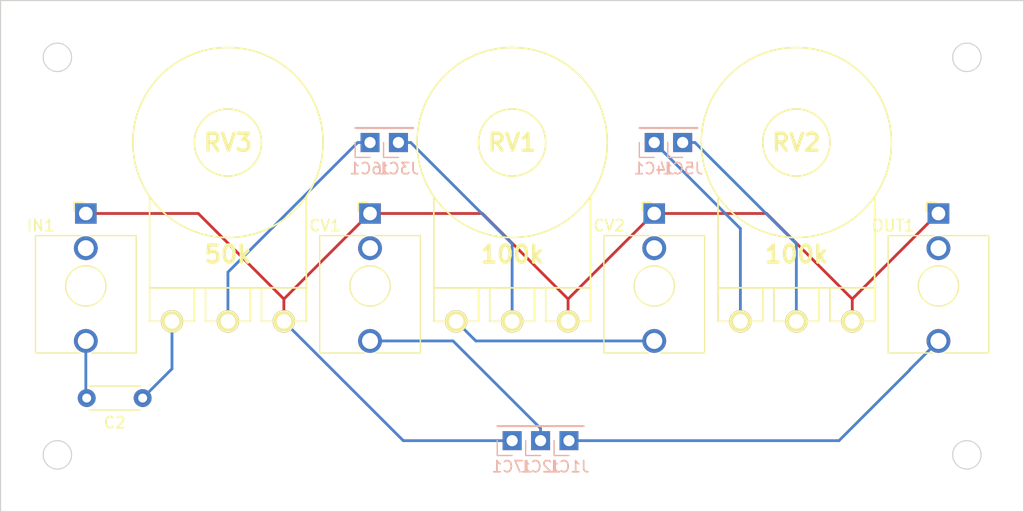
<source format=kicad_pcb>
(kicad_pcb (version 20171130) (host pcbnew "(5.0.2)-1")

  (general
    (thickness 1.6)
    (drawings 8)
    (tracks 42)
    (zones 0)
    (modules 15)
    (nets 11)
  )

  (page A4)
  (layers
    (0 F.Cu signal)
    (31 B.Cu signal)
    (32 B.Adhes user hide)
    (33 F.Adhes user hide)
    (34 B.Paste user hide)
    (35 F.Paste user hide)
    (36 B.SilkS user)
    (37 F.SilkS user)
    (38 B.Mask user)
    (39 F.Mask user)
    (40 Dwgs.User user)
    (41 Cmts.User user)
    (42 Eco1.User user hide)
    (43 Eco2.User user hide)
    (44 Edge.Cuts user)
    (45 Margin user)
    (46 B.CrtYd user hide)
    (47 F.CrtYd user hide)
    (48 B.Fab user)
    (49 F.Fab user)
  )

  (setup
    (last_trace_width 0.25)
    (trace_clearance 0.2)
    (zone_clearance 0.508)
    (zone_45_only no)
    (trace_min 0.2)
    (segment_width 0.2)
    (edge_width 0.1)
    (via_size 0.8)
    (via_drill 0.4)
    (via_min_size 0.4)
    (via_min_drill 0.3)
    (uvia_size 0.3)
    (uvia_drill 0.1)
    (uvias_allowed no)
    (uvia_min_size 0.2)
    (uvia_min_drill 0.1)
    (pcb_text_width 0.3)
    (pcb_text_size 1.5 1.5)
    (mod_edge_width 0.15)
    (mod_text_size 1 1)
    (mod_text_width 0.15)
    (pad_size 1.5 1.5)
    (pad_drill 0.6)
    (pad_to_mask_clearance 0)
    (solder_mask_min_width 0.25)
    (aux_axis_origin 0 0)
    (visible_elements 7FFFFFFF)
    (pcbplotparams
      (layerselection 0x010fc_ffffffff)
      (usegerberextensions false)
      (usegerberattributes false)
      (usegerberadvancedattributes false)
      (creategerberjobfile false)
      (excludeedgelayer true)
      (linewidth 0.100000)
      (plotframeref false)
      (viasonmask false)
      (mode 1)
      (useauxorigin false)
      (hpglpennumber 1)
      (hpglpenspeed 20)
      (hpglpendiameter 15.000000)
      (psnegative false)
      (psa4output false)
      (plotreference true)
      (plotvalue true)
      (plotinvisibletext false)
      (padsonsilk false)
      (subtractmaskfromsilk false)
      (outputformat 1)
      (mirror false)
      (drillshape 1)
      (scaleselection 1)
      (outputdirectory ""))
  )

  (net 0 "")
  (net 1 "Net-(C2-Pad1)")
  (net 2 "Net-(C2-Pad2)")
  (net 3 "Net-(CV1-PadT)")
  (net 4 "Net-(CV2-PadT)")
  (net 5 "Net-(J1C1-Pad1)")
  (net 6 "Net-(J3C1-Pad1)")
  (net 7 "Net-(J4C1-Pad1)")
  (net 8 "Net-(J5C1-Pad1)")
  (net 9 "Net-(J6C1-Pad1)")
  (net 10 GND)

  (net_class Default "This is the default net class."
    (clearance 0.2)
    (trace_width 0.25)
    (via_dia 0.8)
    (via_drill 0.4)
    (uvia_dia 0.3)
    (uvia_drill 0.1)
    (add_net GND)
    (add_net "Net-(C2-Pad1)")
    (add_net "Net-(C2-Pad2)")
    (add_net "Net-(CV1-PadT)")
    (add_net "Net-(CV2-PadT)")
    (add_net "Net-(J1C1-Pad1)")
    (add_net "Net-(J3C1-Pad1)")
    (add_net "Net-(J4C1-Pad1)")
    (add_net "Net-(J5C1-Pad1)")
    (add_net "Net-(J6C1-Pad1)")
  )

  (module Capacitor_THT:C_Disc_D4.3mm_W1.9mm_P5.00mm (layer F.Cu) (tedit 5AE50EF0) (tstamp 5CC62134)
    (at 104.14 119.38 180)
    (descr "C, Disc series, Radial, pin pitch=5.00mm, , diameter*width=4.3*1.9mm^2, Capacitor, http://www.vishay.com/docs/45233/krseries.pdf")
    (tags "C Disc series Radial pin pitch 5.00mm  diameter 4.3mm width 1.9mm Capacitor")
    (path /5CB3B457)
    (fp_text reference C2 (at 2.5 -2.2 180) (layer F.SilkS)
      (effects (font (size 1 1) (thickness 0.15)))
    )
    (fp_text value 10uF (at 2.5 2.2 180) (layer F.Fab)
      (effects (font (size 1 1) (thickness 0.15)))
    )
    (fp_line (start 0.35 -0.95) (end 0.35 0.95) (layer F.Fab) (width 0.1))
    (fp_line (start 0.35 0.95) (end 4.65 0.95) (layer F.Fab) (width 0.1))
    (fp_line (start 4.65 0.95) (end 4.65 -0.95) (layer F.Fab) (width 0.1))
    (fp_line (start 4.65 -0.95) (end 0.35 -0.95) (layer F.Fab) (width 0.1))
    (fp_line (start 0.23 -1.07) (end 4.77 -1.07) (layer F.SilkS) (width 0.12))
    (fp_line (start 0.23 1.07) (end 4.77 1.07) (layer F.SilkS) (width 0.12))
    (fp_line (start 0.23 -1.07) (end 0.23 -1.055) (layer F.SilkS) (width 0.12))
    (fp_line (start 0.23 1.055) (end 0.23 1.07) (layer F.SilkS) (width 0.12))
    (fp_line (start 4.77 -1.07) (end 4.77 -1.055) (layer F.SilkS) (width 0.12))
    (fp_line (start 4.77 1.055) (end 4.77 1.07) (layer F.SilkS) (width 0.12))
    (fp_line (start -1.05 -1.2) (end -1.05 1.2) (layer F.CrtYd) (width 0.05))
    (fp_line (start -1.05 1.2) (end 6.05 1.2) (layer F.CrtYd) (width 0.05))
    (fp_line (start 6.05 1.2) (end 6.05 -1.2) (layer F.CrtYd) (width 0.05))
    (fp_line (start 6.05 -1.2) (end -1.05 -1.2) (layer F.CrtYd) (width 0.05))
    (fp_text user %R (at 2.5 0 180) (layer F.Fab)
      (effects (font (size 0.86 0.86) (thickness 0.129)))
    )
    (pad 1 thru_hole circle (at 0 0 180) (size 1.6 1.6) (drill 0.8) (layers *.Cu *.Mask)
      (net 1 "Net-(C2-Pad1)"))
    (pad 2 thru_hole circle (at 5 0 180) (size 1.6 1.6) (drill 0.8) (layers *.Cu *.Mask)
      (net 2 "Net-(C2-Pad2)"))
    (model ${KISYS3DMOD}/Capacitor_THT.3dshapes/C_Disc_D4.3mm_W1.9mm_P5.00mm.wrl
      (at (xyz 0 0 0))
      (scale (xyz 1 1 1))
      (rotate (xyz 0 0 0))
    )
  )

  (module Connector_Audio-2:Jack_3.5mm_QingPu_WQP-PJ398SM_Vertical_CircularHoles (layer F.Cu) (tedit 5C2B6BB2) (tstamp 5CC62156)
    (at 124.46 102.87)
    (descr "TRS 3.5mm, vertical, Thonkiconn, PCB mount, (http://www.qingpu-electronics.com/en/products/WQP-PJ398SM-362.html)")
    (tags "WQP-PJ398SM WQP-PJ301M-12 TRS 3.5mm mono vertical jack thonkiconn qingpu")
    (path /5CB40844)
    (fp_text reference CV1 (at -4.03 1.08 180) (layer F.SilkS)
      (effects (font (size 1 1) (thickness 0.15)))
    )
    (fp_text value AudioJack2 (at 0 5 180) (layer F.Fab)
      (effects (font (size 1 1) (thickness 0.15)))
    )
    (fp_text user KEEPOUT (at 0 6.48) (layer Cmts.User)
      (effects (font (size 0.4 0.4) (thickness 0.051)))
    )
    (fp_line (start -5 12.98) (end -5 -1.42) (layer F.CrtYd) (width 0.05))
    (fp_line (start -4.5 12.48) (end -4.5 2.08) (layer F.Fab) (width 0.1))
    (fp_text user %R (at 0 8 180) (layer F.Fab)
      (effects (font (size 1 1) (thickness 0.15)))
    )
    (fp_line (start -4.5 1.98) (end -4.5 12.48) (layer F.SilkS) (width 0.12))
    (fp_line (start 4.5 1.98) (end 4.5 12.48) (layer F.SilkS) (width 0.12))
    (fp_circle (center 0 6.48) (end 1.5 6.48) (layer Dwgs.User) (width 0.12))
    (fp_line (start 0.09 7.96) (end 1.48 6.57) (layer Dwgs.User) (width 0.12))
    (fp_line (start -0.58 7.83) (end 1.36 5.89) (layer Dwgs.User) (width 0.12))
    (fp_line (start -1.07 7.49) (end 1.01 5.41) (layer Dwgs.User) (width 0.12))
    (fp_line (start -1.42 6.875) (end 0.4 5.06) (layer Dwgs.User) (width 0.12))
    (fp_line (start -1.41 6.02) (end -0.46 5.07) (layer Dwgs.User) (width 0.12))
    (fp_line (start 4.5 12.48) (end 0.5 12.48) (layer F.SilkS) (width 0.12))
    (fp_line (start -0.5 12.48) (end -4.5 12.48) (layer F.SilkS) (width 0.12))
    (fp_line (start 4.5 1.98) (end 0.35 1.98) (layer F.SilkS) (width 0.12))
    (fp_line (start -0.35 1.98) (end -4.5 1.98) (layer F.SilkS) (width 0.12))
    (fp_circle (center 0 6.48) (end 1.8 6.48) (layer F.SilkS) (width 0.12))
    (fp_line (start -1.06 -1) (end -1.06 -0.2) (layer F.SilkS) (width 0.12))
    (fp_line (start -1.06 -1) (end -0.2 -1) (layer F.SilkS) (width 0.12))
    (fp_line (start 4.5 12.48) (end 4.5 2.08) (layer F.Fab) (width 0.1))
    (fp_line (start 4.5 12.48) (end -4.5 12.48) (layer F.Fab) (width 0.1))
    (fp_line (start 5 12.98) (end 5 -1.42) (layer F.CrtYd) (width 0.05))
    (fp_line (start 5 12.98) (end -5 12.98) (layer F.CrtYd) (width 0.05))
    (fp_line (start 5 -1.42) (end -5 -1.42) (layer F.CrtYd) (width 0.05))
    (fp_line (start 4.5 2.03) (end -4.5 2.03) (layer F.Fab) (width 0.1))
    (fp_circle (center 0 6.48) (end 1.8 6.48) (layer F.Fab) (width 0.1))
    (fp_line (start 0 0) (end 0 2.03) (layer F.Fab) (width 0.1))
    (pad TN thru_hole circle (at 0 3.1 180) (size 2.13 2.13) (drill 1.42) (layers *.Cu *.Mask))
    (pad S thru_hole rect (at 0 0 180) (size 1.93 1.83) (drill 1.22) (layers *.Cu *.Mask)
      (net 10 GND))
    (pad T thru_hole circle (at 0 11.4 180) (size 2.13 2.13) (drill 1.43) (layers *.Cu *.Mask)
      (net 3 "Net-(CV1-PadT)"))
    (model ${KISYS3DMOD}/Connector_Audio.3dshapes/Jack_3.5mm_QingPu_WQP-PJ398SM_Vertical.wrl
      (at (xyz 0 0 0))
      (scale (xyz 1 1 1))
      (rotate (xyz 0 0 0))
    )
  )

  (module Connector_Audio-2:Jack_3.5mm_QingPu_WQP-PJ398SM_Vertical_CircularHoles (layer F.Cu) (tedit 5C2B6BB2) (tstamp 5CC62178)
    (at 149.86 102.87)
    (descr "TRS 3.5mm, vertical, Thonkiconn, PCB mount, (http://www.qingpu-electronics.com/en/products/WQP-PJ398SM-362.html)")
    (tags "WQP-PJ398SM WQP-PJ301M-12 TRS 3.5mm mono vertical jack thonkiconn qingpu")
    (path /5CB42928)
    (fp_text reference CV2 (at -4.03 1.08 180) (layer F.SilkS)
      (effects (font (size 1 1) (thickness 0.15)))
    )
    (fp_text value AudioJack2 (at 0 5 180) (layer F.Fab)
      (effects (font (size 1 1) (thickness 0.15)))
    )
    (fp_line (start 0 0) (end 0 2.03) (layer F.Fab) (width 0.1))
    (fp_circle (center 0 6.48) (end 1.8 6.48) (layer F.Fab) (width 0.1))
    (fp_line (start 4.5 2.03) (end -4.5 2.03) (layer F.Fab) (width 0.1))
    (fp_line (start 5 -1.42) (end -5 -1.42) (layer F.CrtYd) (width 0.05))
    (fp_line (start 5 12.98) (end -5 12.98) (layer F.CrtYd) (width 0.05))
    (fp_line (start 5 12.98) (end 5 -1.42) (layer F.CrtYd) (width 0.05))
    (fp_line (start 4.5 12.48) (end -4.5 12.48) (layer F.Fab) (width 0.1))
    (fp_line (start 4.5 12.48) (end 4.5 2.08) (layer F.Fab) (width 0.1))
    (fp_line (start -1.06 -1) (end -0.2 -1) (layer F.SilkS) (width 0.12))
    (fp_line (start -1.06 -1) (end -1.06 -0.2) (layer F.SilkS) (width 0.12))
    (fp_circle (center 0 6.48) (end 1.8 6.48) (layer F.SilkS) (width 0.12))
    (fp_line (start -0.35 1.98) (end -4.5 1.98) (layer F.SilkS) (width 0.12))
    (fp_line (start 4.5 1.98) (end 0.35 1.98) (layer F.SilkS) (width 0.12))
    (fp_line (start -0.5 12.48) (end -4.5 12.48) (layer F.SilkS) (width 0.12))
    (fp_line (start 4.5 12.48) (end 0.5 12.48) (layer F.SilkS) (width 0.12))
    (fp_line (start -1.41 6.02) (end -0.46 5.07) (layer Dwgs.User) (width 0.12))
    (fp_line (start -1.42 6.875) (end 0.4 5.06) (layer Dwgs.User) (width 0.12))
    (fp_line (start -1.07 7.49) (end 1.01 5.41) (layer Dwgs.User) (width 0.12))
    (fp_line (start -0.58 7.83) (end 1.36 5.89) (layer Dwgs.User) (width 0.12))
    (fp_line (start 0.09 7.96) (end 1.48 6.57) (layer Dwgs.User) (width 0.12))
    (fp_circle (center 0 6.48) (end 1.5 6.48) (layer Dwgs.User) (width 0.12))
    (fp_line (start 4.5 1.98) (end 4.5 12.48) (layer F.SilkS) (width 0.12))
    (fp_line (start -4.5 1.98) (end -4.5 12.48) (layer F.SilkS) (width 0.12))
    (fp_text user %R (at 0 8 180) (layer F.Fab)
      (effects (font (size 1 1) (thickness 0.15)))
    )
    (fp_line (start -4.5 12.48) (end -4.5 2.08) (layer F.Fab) (width 0.1))
    (fp_line (start -5 12.98) (end -5 -1.42) (layer F.CrtYd) (width 0.05))
    (fp_text user KEEPOUT (at 0 6.48) (layer Cmts.User)
      (effects (font (size 0.4 0.4) (thickness 0.051)))
    )
    (pad T thru_hole circle (at 0 11.4 180) (size 2.13 2.13) (drill 1.43) (layers *.Cu *.Mask)
      (net 4 "Net-(CV2-PadT)"))
    (pad S thru_hole rect (at 0 0 180) (size 1.93 1.83) (drill 1.22) (layers *.Cu *.Mask)
      (net 10 GND))
    (pad TN thru_hole circle (at 0 3.1 180) (size 2.13 2.13) (drill 1.42) (layers *.Cu *.Mask))
    (model ${KISYS3DMOD}/Connector_Audio.3dshapes/Jack_3.5mm_QingPu_WQP-PJ398SM_Vertical.wrl
      (at (xyz 0 0 0))
      (scale (xyz 1 1 1))
      (rotate (xyz 0 0 0))
    )
  )

  (module Connector_Audio-2:Jack_3.5mm_QingPu_WQP-PJ398SM_Vertical_CircularHoles (layer F.Cu) (tedit 5C2B6BB2) (tstamp 5CC6219A)
    (at 99.06 102.87)
    (descr "TRS 3.5mm, vertical, Thonkiconn, PCB mount, (http://www.qingpu-electronics.com/en/products/WQP-PJ398SM-362.html)")
    (tags "WQP-PJ398SM WQP-PJ301M-12 TRS 3.5mm mono vertical jack thonkiconn qingpu")
    (path /5CB44A22)
    (fp_text reference IN1 (at -4.03 1.08 180) (layer F.SilkS)
      (effects (font (size 1 1) (thickness 0.15)))
    )
    (fp_text value AudioJack2 (at 0 5 180) (layer F.Fab)
      (effects (font (size 1 1) (thickness 0.15)))
    )
    (fp_text user KEEPOUT (at 0 6.48) (layer Cmts.User)
      (effects (font (size 0.4 0.4) (thickness 0.051)))
    )
    (fp_line (start -5 12.98) (end -5 -1.42) (layer F.CrtYd) (width 0.05))
    (fp_line (start -4.5 12.48) (end -4.5 2.08) (layer F.Fab) (width 0.1))
    (fp_text user %R (at 0 8 180) (layer F.Fab)
      (effects (font (size 1 1) (thickness 0.15)))
    )
    (fp_line (start -4.5 1.98) (end -4.5 12.48) (layer F.SilkS) (width 0.12))
    (fp_line (start 4.5 1.98) (end 4.5 12.48) (layer F.SilkS) (width 0.12))
    (fp_circle (center 0 6.48) (end 1.5 6.48) (layer Dwgs.User) (width 0.12))
    (fp_line (start 0.09 7.96) (end 1.48 6.57) (layer Dwgs.User) (width 0.12))
    (fp_line (start -0.58 7.83) (end 1.36 5.89) (layer Dwgs.User) (width 0.12))
    (fp_line (start -1.07 7.49) (end 1.01 5.41) (layer Dwgs.User) (width 0.12))
    (fp_line (start -1.42 6.875) (end 0.4 5.06) (layer Dwgs.User) (width 0.12))
    (fp_line (start -1.41 6.02) (end -0.46 5.07) (layer Dwgs.User) (width 0.12))
    (fp_line (start 4.5 12.48) (end 0.5 12.48) (layer F.SilkS) (width 0.12))
    (fp_line (start -0.5 12.48) (end -4.5 12.48) (layer F.SilkS) (width 0.12))
    (fp_line (start 4.5 1.98) (end 0.35 1.98) (layer F.SilkS) (width 0.12))
    (fp_line (start -0.35 1.98) (end -4.5 1.98) (layer F.SilkS) (width 0.12))
    (fp_circle (center 0 6.48) (end 1.8 6.48) (layer F.SilkS) (width 0.12))
    (fp_line (start -1.06 -1) (end -1.06 -0.2) (layer F.SilkS) (width 0.12))
    (fp_line (start -1.06 -1) (end -0.2 -1) (layer F.SilkS) (width 0.12))
    (fp_line (start 4.5 12.48) (end 4.5 2.08) (layer F.Fab) (width 0.1))
    (fp_line (start 4.5 12.48) (end -4.5 12.48) (layer F.Fab) (width 0.1))
    (fp_line (start 5 12.98) (end 5 -1.42) (layer F.CrtYd) (width 0.05))
    (fp_line (start 5 12.98) (end -5 12.98) (layer F.CrtYd) (width 0.05))
    (fp_line (start 5 -1.42) (end -5 -1.42) (layer F.CrtYd) (width 0.05))
    (fp_line (start 4.5 2.03) (end -4.5 2.03) (layer F.Fab) (width 0.1))
    (fp_circle (center 0 6.48) (end 1.8 6.48) (layer F.Fab) (width 0.1))
    (fp_line (start 0 0) (end 0 2.03) (layer F.Fab) (width 0.1))
    (pad TN thru_hole circle (at 0 3.1 180) (size 2.13 2.13) (drill 1.42) (layers *.Cu *.Mask))
    (pad S thru_hole rect (at 0 0 180) (size 1.93 1.83) (drill 1.22) (layers *.Cu *.Mask)
      (net 10 GND))
    (pad T thru_hole circle (at 0 11.4 180) (size 2.13 2.13) (drill 1.43) (layers *.Cu *.Mask)
      (net 2 "Net-(C2-Pad2)"))
    (model ${KISYS3DMOD}/Connector_Audio.3dshapes/Jack_3.5mm_QingPu_WQP-PJ398SM_Vertical.wrl
      (at (xyz 0 0 0))
      (scale (xyz 1 1 1))
      (rotate (xyz 0 0 0))
    )
  )

  (module Connector_PinHeader_2.54mm:PinHeader_1x01_P2.54mm_Vertical (layer B.Cu) (tedit 59FED5CC) (tstamp 5CC621AF)
    (at 142.24 123.19)
    (descr "Through hole straight pin header, 1x01, 2.54mm pitch, single row")
    (tags "Through hole pin header THT 1x01 2.54mm single row")
    (path /5CC6E93C)
    (fp_text reference J1C1 (at 0 2.33) (layer B.SilkS)
      (effects (font (size 1 1) (thickness 0.15)) (justify mirror))
    )
    (fp_text value Conn_01x01 (at 0 -2.33) (layer B.Fab)
      (effects (font (size 1 1) (thickness 0.15)) (justify mirror))
    )
    (fp_line (start -0.635 1.27) (end 1.27 1.27) (layer B.Fab) (width 0.1))
    (fp_line (start 1.27 1.27) (end 1.27 -1.27) (layer B.Fab) (width 0.1))
    (fp_line (start 1.27 -1.27) (end -1.27 -1.27) (layer B.Fab) (width 0.1))
    (fp_line (start -1.27 -1.27) (end -1.27 0.635) (layer B.Fab) (width 0.1))
    (fp_line (start -1.27 0.635) (end -0.635 1.27) (layer B.Fab) (width 0.1))
    (fp_line (start -1.33 -1.33) (end 1.33 -1.33) (layer B.SilkS) (width 0.12))
    (fp_line (start -1.33 -1.27) (end -1.33 -1.33) (layer B.SilkS) (width 0.12))
    (fp_line (start 1.33 -1.27) (end 1.33 -1.33) (layer B.SilkS) (width 0.12))
    (fp_line (start -1.33 -1.27) (end 1.33 -1.27) (layer B.SilkS) (width 0.12))
    (fp_line (start -1.33 0) (end -1.33 1.33) (layer B.SilkS) (width 0.12))
    (fp_line (start -1.33 1.33) (end 0 1.33) (layer B.SilkS) (width 0.12))
    (fp_line (start -1.8 1.8) (end -1.8 -1.8) (layer B.CrtYd) (width 0.05))
    (fp_line (start -1.8 -1.8) (end 1.8 -1.8) (layer B.CrtYd) (width 0.05))
    (fp_line (start 1.8 -1.8) (end 1.8 1.8) (layer B.CrtYd) (width 0.05))
    (fp_line (start 1.8 1.8) (end -1.8 1.8) (layer B.CrtYd) (width 0.05))
    (fp_text user %R (at 0 0 -90) (layer B.Fab)
      (effects (font (size 1 1) (thickness 0.15)) (justify mirror))
    )
    (pad 1 thru_hole rect (at 0 0) (size 1.7 1.7) (drill 1) (layers *.Cu *.Mask)
      (net 5 "Net-(J1C1-Pad1)"))
    (model ${KISYS3DMOD}/Connector_PinHeader_2.54mm.3dshapes/PinHeader_1x01_P2.54mm_Vertical.wrl
      (at (xyz 0 0 0))
      (scale (xyz 1 1 1))
      (rotate (xyz 0 0 0))
    )
  )

  (module Connector_PinHeader_2.54mm:PinHeader_1x01_P2.54mm_Vertical (layer B.Cu) (tedit 59FED5CC) (tstamp 5CC621C4)
    (at 139.7 123.19)
    (descr "Through hole straight pin header, 1x01, 2.54mm pitch, single row")
    (tags "Through hole pin header THT 1x01 2.54mm single row")
    (path /5CC70CA3)
    (fp_text reference J2C1 (at 0 2.33) (layer B.SilkS)
      (effects (font (size 1 1) (thickness 0.15)) (justify mirror))
    )
    (fp_text value Conn_01x01 (at 0 -2.33) (layer B.Fab)
      (effects (font (size 1 1) (thickness 0.15)) (justify mirror))
    )
    (fp_text user %R (at 0 0 -90) (layer B.Fab)
      (effects (font (size 1 1) (thickness 0.15)) (justify mirror))
    )
    (fp_line (start 1.8 1.8) (end -1.8 1.8) (layer B.CrtYd) (width 0.05))
    (fp_line (start 1.8 -1.8) (end 1.8 1.8) (layer B.CrtYd) (width 0.05))
    (fp_line (start -1.8 -1.8) (end 1.8 -1.8) (layer B.CrtYd) (width 0.05))
    (fp_line (start -1.8 1.8) (end -1.8 -1.8) (layer B.CrtYd) (width 0.05))
    (fp_line (start -1.33 1.33) (end 0 1.33) (layer B.SilkS) (width 0.12))
    (fp_line (start -1.33 0) (end -1.33 1.33) (layer B.SilkS) (width 0.12))
    (fp_line (start -1.33 -1.27) (end 1.33 -1.27) (layer B.SilkS) (width 0.12))
    (fp_line (start 1.33 -1.27) (end 1.33 -1.33) (layer B.SilkS) (width 0.12))
    (fp_line (start -1.33 -1.27) (end -1.33 -1.33) (layer B.SilkS) (width 0.12))
    (fp_line (start -1.33 -1.33) (end 1.33 -1.33) (layer B.SilkS) (width 0.12))
    (fp_line (start -1.27 0.635) (end -0.635 1.27) (layer B.Fab) (width 0.1))
    (fp_line (start -1.27 -1.27) (end -1.27 0.635) (layer B.Fab) (width 0.1))
    (fp_line (start 1.27 -1.27) (end -1.27 -1.27) (layer B.Fab) (width 0.1))
    (fp_line (start 1.27 1.27) (end 1.27 -1.27) (layer B.Fab) (width 0.1))
    (fp_line (start -0.635 1.27) (end 1.27 1.27) (layer B.Fab) (width 0.1))
    (pad 1 thru_hole rect (at 0 0) (size 1.7 1.7) (drill 1) (layers *.Cu *.Mask)
      (net 3 "Net-(CV1-PadT)"))
    (model ${KISYS3DMOD}/Connector_PinHeader_2.54mm.3dshapes/PinHeader_1x01_P2.54mm_Vertical.wrl
      (at (xyz 0 0 0))
      (scale (xyz 1 1 1))
      (rotate (xyz 0 0 0))
    )
  )

  (module Connector_PinHeader_2.54mm:PinHeader_1x01_P2.54mm_Vertical (layer B.Cu) (tedit 59FED5CC) (tstamp 5CC621D9)
    (at 127 96.52)
    (descr "Through hole straight pin header, 1x01, 2.54mm pitch, single row")
    (tags "Through hole pin header THT 1x01 2.54mm single row")
    (path /5CC73F66)
    (fp_text reference J3C1 (at 0 2.33) (layer B.SilkS)
      (effects (font (size 1 1) (thickness 0.15)) (justify mirror))
    )
    (fp_text value Conn_01x01 (at 0 -2.33) (layer B.Fab)
      (effects (font (size 1 1) (thickness 0.15)) (justify mirror))
    )
    (fp_line (start -0.635 1.27) (end 1.27 1.27) (layer B.Fab) (width 0.1))
    (fp_line (start 1.27 1.27) (end 1.27 -1.27) (layer B.Fab) (width 0.1))
    (fp_line (start 1.27 -1.27) (end -1.27 -1.27) (layer B.Fab) (width 0.1))
    (fp_line (start -1.27 -1.27) (end -1.27 0.635) (layer B.Fab) (width 0.1))
    (fp_line (start -1.27 0.635) (end -0.635 1.27) (layer B.Fab) (width 0.1))
    (fp_line (start -1.33 -1.33) (end 1.33 -1.33) (layer B.SilkS) (width 0.12))
    (fp_line (start -1.33 -1.27) (end -1.33 -1.33) (layer B.SilkS) (width 0.12))
    (fp_line (start 1.33 -1.27) (end 1.33 -1.33) (layer B.SilkS) (width 0.12))
    (fp_line (start -1.33 -1.27) (end 1.33 -1.27) (layer B.SilkS) (width 0.12))
    (fp_line (start -1.33 0) (end -1.33 1.33) (layer B.SilkS) (width 0.12))
    (fp_line (start -1.33 1.33) (end 0 1.33) (layer B.SilkS) (width 0.12))
    (fp_line (start -1.8 1.8) (end -1.8 -1.8) (layer B.CrtYd) (width 0.05))
    (fp_line (start -1.8 -1.8) (end 1.8 -1.8) (layer B.CrtYd) (width 0.05))
    (fp_line (start 1.8 -1.8) (end 1.8 1.8) (layer B.CrtYd) (width 0.05))
    (fp_line (start 1.8 1.8) (end -1.8 1.8) (layer B.CrtYd) (width 0.05))
    (fp_text user %R (at 0 0 -90) (layer B.Fab)
      (effects (font (size 1 1) (thickness 0.15)) (justify mirror))
    )
    (pad 1 thru_hole rect (at 0 0) (size 1.7 1.7) (drill 1) (layers *.Cu *.Mask)
      (net 6 "Net-(J3C1-Pad1)"))
    (model ${KISYS3DMOD}/Connector_PinHeader_2.54mm.3dshapes/PinHeader_1x01_P2.54mm_Vertical.wrl
      (at (xyz 0 0 0))
      (scale (xyz 1 1 1))
      (rotate (xyz 0 0 0))
    )
  )

  (module Connector_PinHeader_2.54mm:PinHeader_1x01_P2.54mm_Vertical (layer B.Cu) (tedit 59FED5CC) (tstamp 5CC621EE)
    (at 149.86 96.52)
    (descr "Through hole straight pin header, 1x01, 2.54mm pitch, single row")
    (tags "Through hole pin header THT 1x01 2.54mm single row")
    (path /5CC7C47A)
    (fp_text reference J4C1 (at 0 2.33) (layer B.SilkS)
      (effects (font (size 1 1) (thickness 0.15)) (justify mirror))
    )
    (fp_text value Conn_01x01 (at 0 -2.33) (layer B.Fab)
      (effects (font (size 1 1) (thickness 0.15)) (justify mirror))
    )
    (fp_text user %R (at 0 0 -90) (layer B.Fab)
      (effects (font (size 1 1) (thickness 0.15)) (justify mirror))
    )
    (fp_line (start 1.8 1.8) (end -1.8 1.8) (layer B.CrtYd) (width 0.05))
    (fp_line (start 1.8 -1.8) (end 1.8 1.8) (layer B.CrtYd) (width 0.05))
    (fp_line (start -1.8 -1.8) (end 1.8 -1.8) (layer B.CrtYd) (width 0.05))
    (fp_line (start -1.8 1.8) (end -1.8 -1.8) (layer B.CrtYd) (width 0.05))
    (fp_line (start -1.33 1.33) (end 0 1.33) (layer B.SilkS) (width 0.12))
    (fp_line (start -1.33 0) (end -1.33 1.33) (layer B.SilkS) (width 0.12))
    (fp_line (start -1.33 -1.27) (end 1.33 -1.27) (layer B.SilkS) (width 0.12))
    (fp_line (start 1.33 -1.27) (end 1.33 -1.33) (layer B.SilkS) (width 0.12))
    (fp_line (start -1.33 -1.27) (end -1.33 -1.33) (layer B.SilkS) (width 0.12))
    (fp_line (start -1.33 -1.33) (end 1.33 -1.33) (layer B.SilkS) (width 0.12))
    (fp_line (start -1.27 0.635) (end -0.635 1.27) (layer B.Fab) (width 0.1))
    (fp_line (start -1.27 -1.27) (end -1.27 0.635) (layer B.Fab) (width 0.1))
    (fp_line (start 1.27 -1.27) (end -1.27 -1.27) (layer B.Fab) (width 0.1))
    (fp_line (start 1.27 1.27) (end 1.27 -1.27) (layer B.Fab) (width 0.1))
    (fp_line (start -0.635 1.27) (end 1.27 1.27) (layer B.Fab) (width 0.1))
    (pad 1 thru_hole rect (at 0 0) (size 1.7 1.7) (drill 1) (layers *.Cu *.Mask)
      (net 7 "Net-(J4C1-Pad1)"))
    (model ${KISYS3DMOD}/Connector_PinHeader_2.54mm.3dshapes/PinHeader_1x01_P2.54mm_Vertical.wrl
      (at (xyz 0 0 0))
      (scale (xyz 1 1 1))
      (rotate (xyz 0 0 0))
    )
  )

  (module Connector_PinHeader_2.54mm:PinHeader_1x01_P2.54mm_Vertical (layer B.Cu) (tedit 59FED5CC) (tstamp 5CC62203)
    (at 152.4 96.52)
    (descr "Through hole straight pin header, 1x01, 2.54mm pitch, single row")
    (tags "Through hole pin header THT 1x01 2.54mm single row")
    (path /5CC7C55D)
    (fp_text reference J5C1 (at 0 2.33) (layer B.SilkS)
      (effects (font (size 1 1) (thickness 0.15)) (justify mirror))
    )
    (fp_text value Conn_01x01 (at 0 -2.33) (layer B.Fab)
      (effects (font (size 1 1) (thickness 0.15)) (justify mirror))
    )
    (fp_line (start -0.635 1.27) (end 1.27 1.27) (layer B.Fab) (width 0.1))
    (fp_line (start 1.27 1.27) (end 1.27 -1.27) (layer B.Fab) (width 0.1))
    (fp_line (start 1.27 -1.27) (end -1.27 -1.27) (layer B.Fab) (width 0.1))
    (fp_line (start -1.27 -1.27) (end -1.27 0.635) (layer B.Fab) (width 0.1))
    (fp_line (start -1.27 0.635) (end -0.635 1.27) (layer B.Fab) (width 0.1))
    (fp_line (start -1.33 -1.33) (end 1.33 -1.33) (layer B.SilkS) (width 0.12))
    (fp_line (start -1.33 -1.27) (end -1.33 -1.33) (layer B.SilkS) (width 0.12))
    (fp_line (start 1.33 -1.27) (end 1.33 -1.33) (layer B.SilkS) (width 0.12))
    (fp_line (start -1.33 -1.27) (end 1.33 -1.27) (layer B.SilkS) (width 0.12))
    (fp_line (start -1.33 0) (end -1.33 1.33) (layer B.SilkS) (width 0.12))
    (fp_line (start -1.33 1.33) (end 0 1.33) (layer B.SilkS) (width 0.12))
    (fp_line (start -1.8 1.8) (end -1.8 -1.8) (layer B.CrtYd) (width 0.05))
    (fp_line (start -1.8 -1.8) (end 1.8 -1.8) (layer B.CrtYd) (width 0.05))
    (fp_line (start 1.8 -1.8) (end 1.8 1.8) (layer B.CrtYd) (width 0.05))
    (fp_line (start 1.8 1.8) (end -1.8 1.8) (layer B.CrtYd) (width 0.05))
    (fp_text user %R (at 0 0 -90) (layer B.Fab)
      (effects (font (size 1 1) (thickness 0.15)) (justify mirror))
    )
    (pad 1 thru_hole rect (at 0 0) (size 1.7 1.7) (drill 1) (layers *.Cu *.Mask)
      (net 8 "Net-(J5C1-Pad1)"))
    (model ${KISYS3DMOD}/Connector_PinHeader_2.54mm.3dshapes/PinHeader_1x01_P2.54mm_Vertical.wrl
      (at (xyz 0 0 0))
      (scale (xyz 1 1 1))
      (rotate (xyz 0 0 0))
    )
  )

  (module Connector_PinHeader_2.54mm:PinHeader_1x01_P2.54mm_Vertical (layer B.Cu) (tedit 59FED5CC) (tstamp 5CC62218)
    (at 124.46 96.52)
    (descr "Through hole straight pin header, 1x01, 2.54mm pitch, single row")
    (tags "Through hole pin header THT 1x01 2.54mm single row")
    (path /5CC7DDCB)
    (fp_text reference J6C1 (at 0 2.33) (layer B.SilkS)
      (effects (font (size 1 1) (thickness 0.15)) (justify mirror))
    )
    (fp_text value Conn_01x01 (at 0 -2.33) (layer B.Fab)
      (effects (font (size 1 1) (thickness 0.15)) (justify mirror))
    )
    (fp_text user %R (at 0 0 -90) (layer B.Fab)
      (effects (font (size 1 1) (thickness 0.15)) (justify mirror))
    )
    (fp_line (start 1.8 1.8) (end -1.8 1.8) (layer B.CrtYd) (width 0.05))
    (fp_line (start 1.8 -1.8) (end 1.8 1.8) (layer B.CrtYd) (width 0.05))
    (fp_line (start -1.8 -1.8) (end 1.8 -1.8) (layer B.CrtYd) (width 0.05))
    (fp_line (start -1.8 1.8) (end -1.8 -1.8) (layer B.CrtYd) (width 0.05))
    (fp_line (start -1.33 1.33) (end 0 1.33) (layer B.SilkS) (width 0.12))
    (fp_line (start -1.33 0) (end -1.33 1.33) (layer B.SilkS) (width 0.12))
    (fp_line (start -1.33 -1.27) (end 1.33 -1.27) (layer B.SilkS) (width 0.12))
    (fp_line (start 1.33 -1.27) (end 1.33 -1.33) (layer B.SilkS) (width 0.12))
    (fp_line (start -1.33 -1.27) (end -1.33 -1.33) (layer B.SilkS) (width 0.12))
    (fp_line (start -1.33 -1.33) (end 1.33 -1.33) (layer B.SilkS) (width 0.12))
    (fp_line (start -1.27 0.635) (end -0.635 1.27) (layer B.Fab) (width 0.1))
    (fp_line (start -1.27 -1.27) (end -1.27 0.635) (layer B.Fab) (width 0.1))
    (fp_line (start 1.27 -1.27) (end -1.27 -1.27) (layer B.Fab) (width 0.1))
    (fp_line (start 1.27 1.27) (end 1.27 -1.27) (layer B.Fab) (width 0.1))
    (fp_line (start -0.635 1.27) (end 1.27 1.27) (layer B.Fab) (width 0.1))
    (pad 1 thru_hole rect (at 0 0) (size 1.7 1.7) (drill 1) (layers *.Cu *.Mask)
      (net 9 "Net-(J6C1-Pad1)"))
    (model ${KISYS3DMOD}/Connector_PinHeader_2.54mm.3dshapes/PinHeader_1x01_P2.54mm_Vertical.wrl
      (at (xyz 0 0 0))
      (scale (xyz 1 1 1))
      (rotate (xyz 0 0 0))
    )
  )

  (module Connector_Audio-2:Jack_3.5mm_QingPu_WQP-PJ398SM_Vertical_CircularHoles (layer F.Cu) (tedit 5C2B6BB2) (tstamp 5CC6223A)
    (at 175.26 102.87)
    (descr "TRS 3.5mm, vertical, Thonkiconn, PCB mount, (http://www.qingpu-electronics.com/en/products/WQP-PJ398SM-362.html)")
    (tags "WQP-PJ398SM WQP-PJ301M-12 TRS 3.5mm mono vertical jack thonkiconn qingpu")
    (path /5CB45CD2)
    (fp_text reference OUT1 (at -4.03 1.08 180) (layer F.SilkS)
      (effects (font (size 1 1) (thickness 0.15)))
    )
    (fp_text value AudioJack2 (at 0 5 180) (layer F.Fab)
      (effects (font (size 1 1) (thickness 0.15)))
    )
    (fp_line (start 0 0) (end 0 2.03) (layer F.Fab) (width 0.1))
    (fp_circle (center 0 6.48) (end 1.8 6.48) (layer F.Fab) (width 0.1))
    (fp_line (start 4.5 2.03) (end -4.5 2.03) (layer F.Fab) (width 0.1))
    (fp_line (start 5 -1.42) (end -5 -1.42) (layer F.CrtYd) (width 0.05))
    (fp_line (start 5 12.98) (end -5 12.98) (layer F.CrtYd) (width 0.05))
    (fp_line (start 5 12.98) (end 5 -1.42) (layer F.CrtYd) (width 0.05))
    (fp_line (start 4.5 12.48) (end -4.5 12.48) (layer F.Fab) (width 0.1))
    (fp_line (start 4.5 12.48) (end 4.5 2.08) (layer F.Fab) (width 0.1))
    (fp_line (start -1.06 -1) (end -0.2 -1) (layer F.SilkS) (width 0.12))
    (fp_line (start -1.06 -1) (end -1.06 -0.2) (layer F.SilkS) (width 0.12))
    (fp_circle (center 0 6.48) (end 1.8 6.48) (layer F.SilkS) (width 0.12))
    (fp_line (start -0.35 1.98) (end -4.5 1.98) (layer F.SilkS) (width 0.12))
    (fp_line (start 4.5 1.98) (end 0.35 1.98) (layer F.SilkS) (width 0.12))
    (fp_line (start -0.5 12.48) (end -4.5 12.48) (layer F.SilkS) (width 0.12))
    (fp_line (start 4.5 12.48) (end 0.5 12.48) (layer F.SilkS) (width 0.12))
    (fp_line (start -1.41 6.02) (end -0.46 5.07) (layer Dwgs.User) (width 0.12))
    (fp_line (start -1.42 6.875) (end 0.4 5.06) (layer Dwgs.User) (width 0.12))
    (fp_line (start -1.07 7.49) (end 1.01 5.41) (layer Dwgs.User) (width 0.12))
    (fp_line (start -0.58 7.83) (end 1.36 5.89) (layer Dwgs.User) (width 0.12))
    (fp_line (start 0.09 7.96) (end 1.48 6.57) (layer Dwgs.User) (width 0.12))
    (fp_circle (center 0 6.48) (end 1.5 6.48) (layer Dwgs.User) (width 0.12))
    (fp_line (start 4.5 1.98) (end 4.5 12.48) (layer F.SilkS) (width 0.12))
    (fp_line (start -4.5 1.98) (end -4.5 12.48) (layer F.SilkS) (width 0.12))
    (fp_text user %R (at 0 8 180) (layer F.Fab)
      (effects (font (size 1 1) (thickness 0.15)))
    )
    (fp_line (start -4.5 12.48) (end -4.5 2.08) (layer F.Fab) (width 0.1))
    (fp_line (start -5 12.98) (end -5 -1.42) (layer F.CrtYd) (width 0.05))
    (fp_text user KEEPOUT (at 0 6.48) (layer Cmts.User)
      (effects (font (size 0.4 0.4) (thickness 0.051)))
    )
    (pad T thru_hole circle (at 0 11.4 180) (size 2.13 2.13) (drill 1.43) (layers *.Cu *.Mask)
      (net 5 "Net-(J1C1-Pad1)"))
    (pad S thru_hole rect (at 0 0 180) (size 1.93 1.83) (drill 1.22) (layers *.Cu *.Mask)
      (net 10 GND))
    (pad TN thru_hole circle (at 0 3.1 180) (size 2.13 2.13) (drill 1.42) (layers *.Cu *.Mask))
    (model ${KISYS3DMOD}/Connector_Audio.3dshapes/Jack_3.5mm_QingPu_WQP-PJ398SM_Vertical.wrl
      (at (xyz 0 0 0))
      (scale (xyz 1 1 1))
      (rotate (xyz 0 0 0))
    )
  )

  (module MyModules:RV16A-41-JRL (layer F.Cu) (tedit 537CC501) (tstamp 5CC6224D)
    (at 137.16 96.52)
    (path /5CB3A104)
    (fp_text reference RV1 (at 0 0) (layer F.SilkS)
      (effects (font (size 1.524 1.524) (thickness 0.3048)))
    )
    (fp_text value 100k (at 0 9.99998) (layer F.SilkS)
      (effects (font (size 1.524 1.524) (thickness 0.3048)))
    )
    (fp_line (start -3 13) (end -3 16) (layer F.SilkS) (width 0.15))
    (fp_line (start -3 16) (end -7 16) (layer F.SilkS) (width 0.15))
    (fp_line (start 2 13) (end 2 16) (layer F.SilkS) (width 0.15))
    (fp_line (start 2 16) (end -2 16) (layer F.SilkS) (width 0.15))
    (fp_line (start -2 16) (end -2 13) (layer F.SilkS) (width 0.15))
    (fp_line (start 7 16) (end 3 16) (layer F.SilkS) (width 0.15))
    (fp_line (start 3 16) (end 3 13) (layer F.SilkS) (width 0.15))
    (fp_line (start -7 13) (end 7 13) (layer F.SilkS) (width 0.15))
    (fp_line (start 7 16) (end 7 5) (layer F.SilkS) (width 0.15))
    (fp_line (start -7 16) (end -7 5) (layer F.SilkS) (width 0.15))
    (fp_circle (center 0 0) (end 0 3) (layer F.SilkS) (width 0.15))
    (fp_circle (center 0 0) (end 0 8.5) (layer F.SilkS) (width 0.15))
    (pad 2 thru_hole circle (at 0 16) (size 1.99898 1.99898) (drill 1.30048) (layers *.Cu *.Mask F.SilkS)
      (net 6 "Net-(J3C1-Pad1)"))
    (pad 3 thru_hole circle (at 5 16) (size 1.99898 1.99898) (drill 1.30048) (layers *.Cu *.Mask F.SilkS)
      (net 10 GND))
    (pad 1 thru_hole circle (at -5 16) (size 1.99898 1.99898) (drill 1.30048) (layers *.Cu *.Mask F.SilkS)
      (net 4 "Net-(CV2-PadT)"))
    (model "E:/Documents/KiCad/MyLibs/MyModules/3D models/VRML2/ALPHA-3RP-1610N.wrl"
      (offset (xyz 0 0 8.889999866485596))
      (scale (xyz 0.3937 0.3937 0.3937))
      (rotate (xyz 0 0 0))
    )
  )

  (module MyModules:RV16A-41-JRL (layer F.Cu) (tedit 537CC501) (tstamp 5CC62260)
    (at 162.56 96.52)
    (path /5CB3A27F)
    (fp_text reference RV2 (at 0 0) (layer F.SilkS)
      (effects (font (size 1.524 1.524) (thickness 0.3048)))
    )
    (fp_text value 100k (at 0 9.99998) (layer F.SilkS)
      (effects (font (size 1.524 1.524) (thickness 0.3048)))
    )
    (fp_circle (center 0 0) (end 0 8.5) (layer F.SilkS) (width 0.15))
    (fp_circle (center 0 0) (end 0 3) (layer F.SilkS) (width 0.15))
    (fp_line (start -7 16) (end -7 5) (layer F.SilkS) (width 0.15))
    (fp_line (start 7 16) (end 7 5) (layer F.SilkS) (width 0.15))
    (fp_line (start -7 13) (end 7 13) (layer F.SilkS) (width 0.15))
    (fp_line (start 3 16) (end 3 13) (layer F.SilkS) (width 0.15))
    (fp_line (start 7 16) (end 3 16) (layer F.SilkS) (width 0.15))
    (fp_line (start -2 16) (end -2 13) (layer F.SilkS) (width 0.15))
    (fp_line (start 2 16) (end -2 16) (layer F.SilkS) (width 0.15))
    (fp_line (start 2 13) (end 2 16) (layer F.SilkS) (width 0.15))
    (fp_line (start -3 16) (end -7 16) (layer F.SilkS) (width 0.15))
    (fp_line (start -3 13) (end -3 16) (layer F.SilkS) (width 0.15))
    (pad 1 thru_hole circle (at -5 16) (size 1.99898 1.99898) (drill 1.30048) (layers *.Cu *.Mask F.SilkS)
      (net 7 "Net-(J4C1-Pad1)"))
    (pad 3 thru_hole circle (at 5 16) (size 1.99898 1.99898) (drill 1.30048) (layers *.Cu *.Mask F.SilkS)
      (net 10 GND))
    (pad 2 thru_hole circle (at 0 16) (size 1.99898 1.99898) (drill 1.30048) (layers *.Cu *.Mask F.SilkS)
      (net 8 "Net-(J5C1-Pad1)"))
    (model "E:/Documents/KiCad/MyLibs/MyModules/3D models/VRML2/ALPHA-3RP-1610N.wrl"
      (offset (xyz 0 0 8.889999866485596))
      (scale (xyz 0.3937 0.3937 0.3937))
      (rotate (xyz 0 0 0))
    )
  )

  (module MyModules:RV16A-41-JRL (layer F.Cu) (tedit 537CC501) (tstamp 5CC62273)
    (at 111.76 96.52)
    (path /5CB3B3F4)
    (fp_text reference RV3 (at 0 0) (layer F.SilkS)
      (effects (font (size 1.524 1.524) (thickness 0.3048)))
    )
    (fp_text value 50k (at 0 9.99998) (layer F.SilkS)
      (effects (font (size 1.524 1.524) (thickness 0.3048)))
    )
    (fp_line (start -3 13) (end -3 16) (layer F.SilkS) (width 0.15))
    (fp_line (start -3 16) (end -7 16) (layer F.SilkS) (width 0.15))
    (fp_line (start 2 13) (end 2 16) (layer F.SilkS) (width 0.15))
    (fp_line (start 2 16) (end -2 16) (layer F.SilkS) (width 0.15))
    (fp_line (start -2 16) (end -2 13) (layer F.SilkS) (width 0.15))
    (fp_line (start 7 16) (end 3 16) (layer F.SilkS) (width 0.15))
    (fp_line (start 3 16) (end 3 13) (layer F.SilkS) (width 0.15))
    (fp_line (start -7 13) (end 7 13) (layer F.SilkS) (width 0.15))
    (fp_line (start 7 16) (end 7 5) (layer F.SilkS) (width 0.15))
    (fp_line (start -7 16) (end -7 5) (layer F.SilkS) (width 0.15))
    (fp_circle (center 0 0) (end 0 3) (layer F.SilkS) (width 0.15))
    (fp_circle (center 0 0) (end 0 8.5) (layer F.SilkS) (width 0.15))
    (pad 2 thru_hole circle (at 0 16) (size 1.99898 1.99898) (drill 1.30048) (layers *.Cu *.Mask F.SilkS)
      (net 9 "Net-(J6C1-Pad1)"))
    (pad 3 thru_hole circle (at 5 16) (size 1.99898 1.99898) (drill 1.30048) (layers *.Cu *.Mask F.SilkS)
      (net 10 GND))
    (pad 1 thru_hole circle (at -5 16) (size 1.99898 1.99898) (drill 1.30048) (layers *.Cu *.Mask F.SilkS)
      (net 1 "Net-(C2-Pad1)"))
    (model "E:/Documents/KiCad/MyLibs/MyModules/3D models/VRML2/ALPHA-3RP-1610N.wrl"
      (offset (xyz 0 0 8.889999866485596))
      (scale (xyz 0.3937 0.3937 0.3937))
      (rotate (xyz 0 0 0))
    )
  )

  (module Connector_PinHeader_2.54mm:PinHeader_1x01_P2.54mm_Vertical (layer B.Cu) (tedit 59FED5CC) (tstamp 5CC8FBE8)
    (at 137.16 123.19)
    (descr "Through hole straight pin header, 1x01, 2.54mm pitch, single row")
    (tags "Through hole pin header THT 1x01 2.54mm single row")
    (path /5CC8FF50)
    (fp_text reference J7C1 (at 0 2.33) (layer B.SilkS)
      (effects (font (size 1 1) (thickness 0.15)) (justify mirror))
    )
    (fp_text value Conn_01x01 (at 0 -2.33) (layer B.Fab)
      (effects (font (size 1 1) (thickness 0.15)) (justify mirror))
    )
    (fp_line (start -0.635 1.27) (end 1.27 1.27) (layer B.Fab) (width 0.1))
    (fp_line (start 1.27 1.27) (end 1.27 -1.27) (layer B.Fab) (width 0.1))
    (fp_line (start 1.27 -1.27) (end -1.27 -1.27) (layer B.Fab) (width 0.1))
    (fp_line (start -1.27 -1.27) (end -1.27 0.635) (layer B.Fab) (width 0.1))
    (fp_line (start -1.27 0.635) (end -0.635 1.27) (layer B.Fab) (width 0.1))
    (fp_line (start -1.33 -1.33) (end 1.33 -1.33) (layer B.SilkS) (width 0.12))
    (fp_line (start -1.33 -1.27) (end -1.33 -1.33) (layer B.SilkS) (width 0.12))
    (fp_line (start 1.33 -1.27) (end 1.33 -1.33) (layer B.SilkS) (width 0.12))
    (fp_line (start -1.33 -1.27) (end 1.33 -1.27) (layer B.SilkS) (width 0.12))
    (fp_line (start -1.33 0) (end -1.33 1.33) (layer B.SilkS) (width 0.12))
    (fp_line (start -1.33 1.33) (end 0 1.33) (layer B.SilkS) (width 0.12))
    (fp_line (start -1.8 1.8) (end -1.8 -1.8) (layer B.CrtYd) (width 0.05))
    (fp_line (start -1.8 -1.8) (end 1.8 -1.8) (layer B.CrtYd) (width 0.05))
    (fp_line (start 1.8 -1.8) (end 1.8 1.8) (layer B.CrtYd) (width 0.05))
    (fp_line (start 1.8 1.8) (end -1.8 1.8) (layer B.CrtYd) (width 0.05))
    (fp_text user %R (at 0 0 -90) (layer B.Fab)
      (effects (font (size 1 1) (thickness 0.15)) (justify mirror))
    )
    (pad 1 thru_hole rect (at 0 0) (size 1.7 1.7) (drill 1) (layers *.Cu *.Mask)
      (net 10 GND))
    (model ${KISYS3DMOD}/Connector_PinHeader_2.54mm.3dshapes/PinHeader_1x01_P2.54mm_Vertical.wrl
      (at (xyz 0 0 0))
      (scale (xyz 1 1 1))
      (rotate (xyz 0 0 0))
    )
  )

  (gr_circle (center 96.52 88.9) (end 96.52 87.63) (layer Edge.Cuts) (width 0.1))
  (gr_circle (center 96.52 124.46) (end 96.52 125.73) (layer Edge.Cuts) (width 0.1))
  (gr_circle (center 177.8 124.46) (end 179.07 124.46) (layer Edge.Cuts) (width 0.1))
  (gr_circle (center 177.8 88.9) (end 179.07 88.9) (layer Edge.Cuts) (width 0.1))
  (gr_line (start 182.88 83.82) (end 182.88 129.54) (layer Edge.Cuts) (width 0.1))
  (gr_line (start 91.44 129.54) (end 91.44 83.82) (layer Edge.Cuts) (width 0.1))
  (gr_line (start 182.88 129.54) (end 91.44 129.54) (layer Edge.Cuts) (width 0.1))
  (gr_line (start 91.44 83.82) (end 182.88 83.82) (layer Edge.Cuts) (width 0.1))

  (segment (start 106.76 116.76) (end 104.14 119.38) (width 0.25) (layer B.Cu) (net 1))
  (segment (start 106.76 112.52) (end 106.76 116.76) (width 0.25) (layer B.Cu) (net 1))
  (segment (start 99.06 119.3) (end 99.14 119.38) (width 0.25) (layer B.Cu) (net 2))
  (segment (start 99.06 114.27) (end 99.06 119.3) (width 0.25) (layer B.Cu) (net 2))
  (segment (start 125.966137 114.27) (end 124.46 114.27) (width 0.25) (layer B.Cu) (net 3))
  (segment (start 131.88 114.27) (end 125.966137 114.27) (width 0.25) (layer B.Cu) (net 3))
  (segment (start 139.7 122.09) (end 131.88 114.27) (width 0.25) (layer B.Cu) (net 3))
  (segment (start 139.7 123.19) (end 139.7 122.09) (width 0.25) (layer B.Cu) (net 3))
  (segment (start 124.41 102.87) (end 124.46 102.87) (width 0.25) (layer F.Cu) (net 10))
  (segment (start 116.76 110.52) (end 124.41 102.87) (width 0.25) (layer F.Cu) (net 10))
  (segment (start 116.76 112.52) (end 116.76 110.52) (width 0.25) (layer F.Cu) (net 10))
  (segment (start 149.81 102.87) (end 149.86 102.87) (width 0.25) (layer F.Cu) (net 10))
  (segment (start 142.16 110.52) (end 149.81 102.87) (width 0.25) (layer F.Cu) (net 10))
  (segment (start 142.16 112.52) (end 142.16 110.52) (width 0.25) (layer F.Cu) (net 10))
  (segment (start 175.21 102.87) (end 175.26 102.87) (width 0.25) (layer F.Cu) (net 10))
  (segment (start 167.56 110.52) (end 175.21 102.87) (width 0.25) (layer F.Cu) (net 10))
  (segment (start 167.56 112.52) (end 167.56 110.52) (width 0.25) (layer F.Cu) (net 10))
  (segment (start 109.11 102.87) (end 99.06 102.87) (width 0.25) (layer F.Cu) (net 10))
  (segment (start 116.76 110.52) (end 109.11 102.87) (width 0.25) (layer F.Cu) (net 10))
  (segment (start 134.51 102.87) (end 124.46 102.87) (width 0.25) (layer F.Cu) (net 10))
  (segment (start 142.16 110.52) (end 134.51 102.87) (width 0.25) (layer F.Cu) (net 10))
  (segment (start 159.91 102.87) (end 149.86 102.87) (width 0.25) (layer F.Cu) (net 10))
  (segment (start 167.56 110.52) (end 159.91 102.87) (width 0.25) (layer F.Cu) (net 10))
  (segment (start 133.91 114.27) (end 132.16 112.52) (width 0.25) (layer B.Cu) (net 4))
  (segment (start 149.86 114.27) (end 133.91 114.27) (width 0.25) (layer B.Cu) (net 4))
  (segment (start 172.69 116.84) (end 175.26 114.27) (width 0.25) (layer B.Cu) (net 5))
  (segment (start 172.69 116.84) (end 172.69 116.87) (width 0.25) (layer B.Cu) (net 5))
  (segment (start 166.37 123.19) (end 142.24 123.19) (width 0.25) (layer B.Cu) (net 5))
  (segment (start 172.69 116.87) (end 166.37 123.19) (width 0.25) (layer B.Cu) (net 5))
  (segment (start 128.1 96.52) (end 127 96.52) (width 0.25) (layer B.Cu) (net 6))
  (segment (start 137.16 105.58) (end 128.1 96.52) (width 0.25) (layer B.Cu) (net 6))
  (segment (start 137.16 112.52) (end 137.16 105.58) (width 0.25) (layer B.Cu) (net 6))
  (segment (start 157.56 104.22) (end 149.86 96.52) (width 0.25) (layer B.Cu) (net 7))
  (segment (start 157.56 112.52) (end 157.56 104.22) (width 0.25) (layer B.Cu) (net 7))
  (segment (start 153.5 96.52) (end 152.4 96.52) (width 0.25) (layer B.Cu) (net 8))
  (segment (start 162.56 105.58) (end 153.5 96.52) (width 0.25) (layer B.Cu) (net 8))
  (segment (start 162.56 112.52) (end 162.56 105.58) (width 0.25) (layer B.Cu) (net 8))
  (segment (start 123.36 96.52) (end 124.46 96.52) (width 0.25) (layer B.Cu) (net 9))
  (segment (start 111.76 108.12) (end 123.36 96.52) (width 0.25) (layer B.Cu) (net 9))
  (segment (start 111.76 112.52) (end 111.76 108.12) (width 0.25) (layer B.Cu) (net 9))
  (segment (start 127.43 123.19) (end 116.76 112.52) (width 0.25) (layer B.Cu) (net 10))
  (segment (start 137.16 123.19) (end 127.43 123.19) (width 0.25) (layer B.Cu) (net 10))

)

</source>
